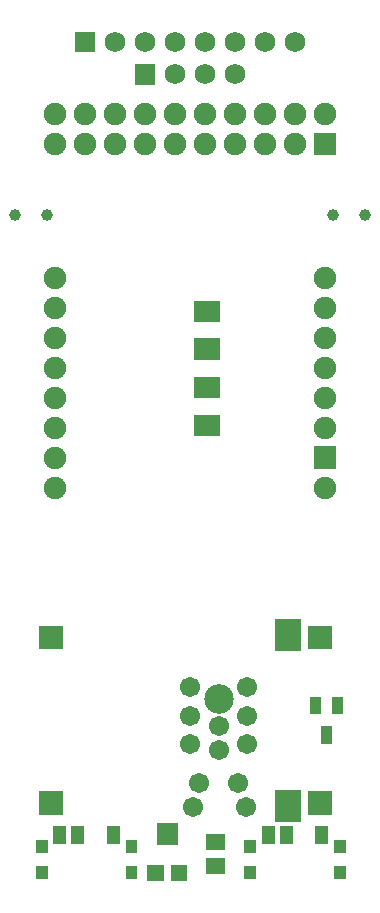
<source format=gbs>
G04 Layer: BottomSolderMaskLayer*
G04 EasyEDA v6.3.53, 2020-06-09T14:14:43+03:00*
G04 a51f4f2b25e24b5fbe4c92ec4cc42c38,99c43f6f433d4c2593b99c8e01114625,10*
G04 Gerber Generator version 0.2*
G04 Scale: 100 percent, Rotated: No, Reflected: No *
G04 Dimensions in millimeters *
G04 leading zeros omitted , absolute positions ,3 integer and 3 decimal *
%FSLAX33Y33*%
%MOMM*%
G90*
G71D02*

%ADD47C,1.703197*%
%ADD48C,2.503195*%
%ADD51C,1.903197*%
%ADD55C,1.727200*%
%ADD59C,1.003198*%

%LPD*%
G54D47*
G01X15367Y16510D03*
G01X15367Y11684D03*
G01X20193Y16510D03*
G01X20193Y11684D03*
G54D48*
G01X17780Y15494D03*
G54D47*
G01X16129Y8382D03*
G01X19431Y8382D03*
G01X17780Y13208D03*
G01X15367Y14097D03*
G01X20193Y14097D03*
G01X15621Y6350D03*
G01X20066Y6350D03*
G01X17780Y11176D03*
G36*
G01X2583Y5715D02*
G01X2583Y7716D01*
G01X4584Y7716D01*
G01X4584Y5715D01*
G01X2583Y5715D01*
G37*
G36*
G01X2583Y19715D02*
G01X2583Y21717D01*
G01X4584Y21717D01*
G01X4584Y19715D01*
G01X2583Y19715D01*
G37*
G36*
G01X25387Y5715D02*
G01X25387Y7716D01*
G01X27388Y7716D01*
G01X27388Y5715D01*
G01X25387Y5715D01*
G37*
G36*
G01X25387Y19715D02*
G01X25387Y21717D01*
G01X27388Y21717D01*
G01X27388Y19715D01*
G01X25387Y19715D01*
G37*
G36*
G01X15661Y44234D02*
G01X15661Y46037D01*
G01X17866Y46037D01*
G01X17866Y44234D01*
G01X15661Y44234D01*
G37*
G36*
G01X15661Y47434D02*
G01X15661Y49237D01*
G01X17866Y49237D01*
G01X17866Y47434D01*
G01X15661Y47434D01*
G37*
G36*
G01X15661Y37757D02*
G01X15661Y39560D01*
G01X17866Y39560D01*
G01X17866Y37757D01*
G01X15661Y37757D01*
G37*
G36*
G01X15661Y40957D02*
G01X15661Y42760D01*
G01X17866Y42760D01*
G01X17866Y40957D01*
G01X15661Y40957D01*
G37*
G36*
G01X16700Y716D02*
G01X16700Y2077D01*
G01X18351Y2077D01*
G01X18351Y716D01*
G01X16700Y716D01*
G37*
G36*
G01X16700Y2748D02*
G01X16700Y4109D01*
G01X18351Y4109D01*
G01X18351Y2748D01*
G01X16700Y2748D01*
G37*
G36*
G01X12527Y3185D02*
G01X12527Y4986D01*
G01X14330Y4986D01*
G01X14330Y3185D01*
G01X12527Y3185D01*
G37*
G36*
G01X11727Y83D02*
G01X11727Y1488D01*
G01X13131Y1488D01*
G01X13131Y83D01*
G01X11727Y83D01*
G37*
G36*
G01X13728Y83D02*
G01X13728Y1488D01*
G01X15130Y1488D01*
G01X15130Y83D01*
G01X13728Y83D01*
G37*
G36*
G01X25844Y61531D02*
G01X25844Y63436D01*
G01X27749Y63436D01*
G01X27749Y61531D01*
G01X25844Y61531D01*
G37*
G54D51*
G01X26797Y65024D03*
G01X24257Y62484D03*
G01X24257Y65024D03*
G01X21717Y62484D03*
G01X21717Y65024D03*
G01X19177Y62484D03*
G01X19177Y65024D03*
G01X16637Y62484D03*
G01X16637Y65024D03*
G01X14097Y62484D03*
G01X14097Y65024D03*
G01X11557Y62484D03*
G01X11557Y65024D03*
G01X9017Y62484D03*
G01X9017Y65024D03*
G01X6477Y62484D03*
G01X6477Y65024D03*
G01X3937Y62484D03*
G01X3937Y65024D03*
G36*
G01X2303Y2473D02*
G01X2303Y3576D01*
G01X3304Y3576D01*
G01X3304Y2473D01*
G01X2303Y2473D01*
G37*
G36*
G01X2303Y271D02*
G01X2303Y1376D01*
G01X3304Y1376D01*
G01X3304Y271D01*
G01X2303Y271D01*
G37*
G36*
G01X9903Y271D02*
G01X9903Y1376D01*
G01X10906Y1376D01*
G01X10906Y271D01*
G01X9903Y271D01*
G37*
G36*
G01X9903Y2473D02*
G01X9903Y3576D01*
G01X10906Y3576D01*
G01X10906Y2473D01*
G01X9903Y2473D01*
G37*
G36*
G01X8303Y3274D02*
G01X8303Y4726D01*
G01X9405Y4726D01*
G01X9405Y3274D01*
G01X8303Y3274D01*
G37*
G36*
G01X3802Y3274D02*
G01X3802Y4726D01*
G01X4904Y4726D01*
G01X4904Y3274D01*
G01X3802Y3274D01*
G37*
G36*
G01X5303Y3274D02*
G01X5303Y4726D01*
G01X6405Y4726D01*
G01X6405Y3274D01*
G01X5303Y3274D01*
G37*
G36*
G01X19956Y2473D02*
G01X19956Y3576D01*
G01X20957Y3576D01*
G01X20957Y2473D01*
G01X19956Y2473D01*
G37*
G36*
G01X19956Y271D02*
G01X19956Y1376D01*
G01X20957Y1376D01*
G01X20957Y271D01*
G01X19956Y271D01*
G37*
G36*
G01X27556Y271D02*
G01X27556Y1376D01*
G01X28559Y1376D01*
G01X28559Y271D01*
G01X27556Y271D01*
G37*
G36*
G01X27556Y2473D02*
G01X27556Y3576D01*
G01X28559Y3576D01*
G01X28559Y2473D01*
G01X27556Y2473D01*
G37*
G36*
G01X25956Y3274D02*
G01X25956Y4726D01*
G01X27058Y4726D01*
G01X27058Y3274D01*
G01X25956Y3274D01*
G37*
G36*
G01X21455Y3274D02*
G01X21455Y4726D01*
G01X22557Y4726D01*
G01X22557Y3274D01*
G01X21455Y3274D01*
G37*
G36*
G01X22956Y3274D02*
G01X22956Y4726D01*
G01X24058Y4726D01*
G01X24058Y3274D01*
G01X22956Y3274D01*
G37*
G36*
G01X26471Y11739D02*
G01X26471Y13192D01*
G01X27376Y13192D01*
G01X27376Y11739D01*
G01X26471Y11739D01*
G37*
G36*
G01X27421Y14239D02*
G01X27421Y15692D01*
G01X28326Y15692D01*
G01X28326Y14239D01*
G01X27421Y14239D01*
G37*
G36*
G01X25521Y14239D02*
G01X25521Y15692D01*
G01X26426Y15692D01*
G01X26426Y14239D01*
G01X25521Y14239D01*
G37*
G01X3937Y33401D03*
G01X3937Y35941D03*
G01X3937Y38481D03*
G01X3937Y41021D03*
G01X3937Y43561D03*
G01X3937Y46101D03*
G01X3937Y48641D03*
G01X3937Y51181D03*
G01X26797Y33401D03*
G36*
G01X25844Y34988D02*
G01X25844Y36893D01*
G01X27749Y36893D01*
G01X27749Y34988D01*
G01X25844Y34988D01*
G37*
G01X26797Y38481D03*
G01X26797Y41021D03*
G01X26797Y43561D03*
G01X26797Y46101D03*
G01X26797Y48641D03*
G01X26797Y51181D03*
G54D55*
G01X14096Y71114D03*
G01X16636Y71114D03*
G01X19176Y71114D03*
G01X21716Y71114D03*
G01X11556Y71114D03*
G01X9016Y71114D03*
G36*
G01X5613Y70251D02*
G01X5613Y71978D01*
G01X7340Y71978D01*
G01X7340Y70251D01*
G01X5613Y70251D01*
G37*
G01X24258Y71125D03*
G36*
G01X22519Y5125D02*
G01X22519Y7828D01*
G01X24724Y7828D01*
G01X24724Y5125D01*
G01X22519Y5125D01*
G37*
G36*
G01X22519Y19603D02*
G01X22519Y22306D01*
G01X24724Y22306D01*
G01X24724Y19603D01*
G01X22519Y19603D01*
G37*
G54D59*
G01X543Y56515D03*
G01X3243Y56515D03*
G01X30190Y56515D03*
G01X27490Y56515D03*
G36*
G01X10693Y67536D02*
G01X10693Y69263D01*
G01X12420Y69263D01*
G01X12420Y67536D01*
G01X10693Y67536D01*
G37*
G54D55*
G01X14097Y68399D03*
G01X16637Y68399D03*
G01X19177Y68399D03*
M00*
M02*

</source>
